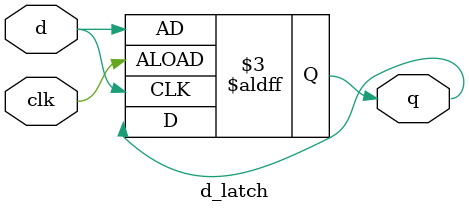
<source format=v>
module d_latch (
	input      clk, 
	input      d,
	output reg q
);

always @(negedge clk or posedge d) begin
	if (!clk)
		q <= d;
end

endmodule

</source>
